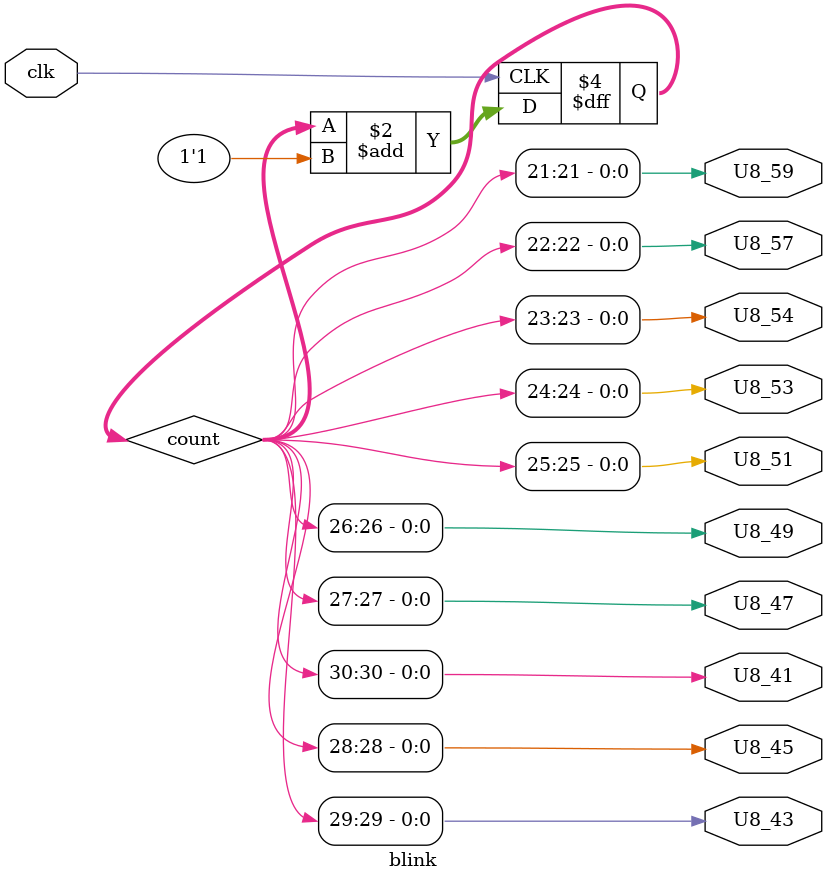
<source format=v>
    
module blink(input clk, output U8_41, output U8_43, 
  output U8_45, output U8_47, output U8_49, output U8_51, 
  output U8_53, output U8_54,output U8_57, output U8_59);
	 
	 reg[30:0] count;
	 
	 initial begin
      count <= 26'd0;
		/* compiler didn't like
		assign U8_41 = 1'b0;
		assign U8_43 = 1'b0;
      assign U8_45 = 1'b0;
		assign U8_47 = 1'b0;
		assign U8_49 = 1'b0;
		assign U8_51 = 1'b0;
		assign U8_53 = 1'b0;
		assign U8_54 = 1'b0;
		assign U8_57 = 1'b0;
		assign U8_59 = 1'b0;
		*/
    end
	 
	 always @ (posedge clk)  begin
		count <= count + 1'b1;		 
	 end
	 
	 assign U8_41 = count[30];
	 assign U8_43 = count[29];
	 assign U8_45 = count[28];
	 assign U8_47 = count[27];
	 assign U8_49 = count[26];
	 assign U8_51 = count[25];
	assign U8_53 = count[24];
	assign U8_54 = count[23];
	assign U8_57 = count[22];
	assign U8_59 = count[21];
	 
endmodule
	 



</source>
